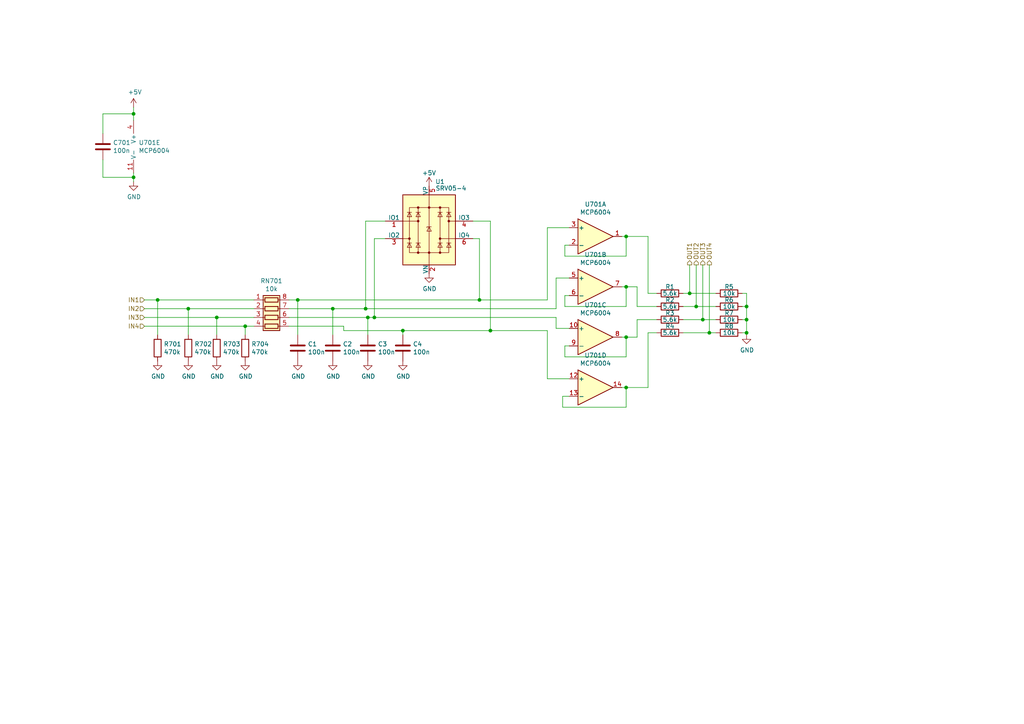
<source format=kicad_sch>
(kicad_sch (version 20250114) (generator "eeschema") (generator_version "9.0")
  (paper "A4")
  (title_block (title "rusEfi Proteus") (date "2022-04-09") (rev "v0.7") (company "rusEFI") (comment 1 "github.com/mck1117/proteus") (comment 2 "rusefi.com/s/proteus"))
  (lib_symbols
    (symbol "Amplifier_Operational:MCP6004" (pin_names (offset 0.127))
      (property "Reference" "U" (at 0 5.08 0))
      (property "Value" "MCP6004" (at 0 -5.08 0))
      (symbol "MCP6004_1_1"
        (polyline (pts (xy -5.08 5.08) (xy 5.08 0) (xy -5.08 -5.08) (xy -5.08 5.08)) (stroke (width 0.254)) (fill (type background)))
        (pin input line (at -7.62 2.54 0) (length 2.54) (name "+") (number "3"))
        (pin input line (at -7.62 -2.54 0) (length 2.54) (name "-") (number "2"))
        (pin output line (at 7.62 0 180) (length 2.54) (name "~") (number "1"))
      )
      (symbol "MCP6004_2_1"
        (polyline (pts (xy -5.08 5.08) (xy 5.08 0) (xy -5.08 -5.08) (xy -5.08 5.08)) (stroke (width 0.254)) (fill (type background)))
        (pin input line (at -7.62 2.54 0) (length 2.54) (name "+") (number "5"))
        (pin input line (at -7.62 -2.54 0) (length 2.54) (name "-") (number "6"))
        (pin output line (at 7.62 0 180) (length 2.54) (name "~") (number "7"))
      )
      (symbol "MCP6004_3_1"
        (polyline (pts (xy -5.08 5.08) (xy 5.08 0) (xy -5.08 -5.08) (xy -5.08 5.08)) (stroke (width 0.254)) (fill (type background)))
        (pin input line (at -7.62 2.54 0) (length 2.54) (name "+") (number "10"))
        (pin input line (at -7.62 -2.54 0) (length 2.54) (name "-") (number "9"))
        (pin output line (at 7.62 0 180) (length 2.54) (name "~") (number "8"))
      )
      (symbol "MCP6004_4_1"
        (polyline (pts (xy -5.08 5.08) (xy 5.08 0) (xy -5.08 -5.08) (xy -5.08 5.08)) (stroke (width 0.254)) (fill (type background)))
        (pin input line (at -7.62 2.54 0) (length 2.54) (name "+") (number "12"))
        (pin input line (at -7.62 -2.54 0) (length 2.54) (name "-") (number "13"))
        (pin output line (at 7.62 0 180) (length 2.54) (name "~") (number "14"))
      )
      (symbol "MCP6004_5_1"
        (pin power_in line (at -2.54 7.62 270) (length 3.81) (name "V+") (number "4"))
        (pin power_in line (at -2.54 -7.62 90) (length 3.81) (name "V-") (number "11"))
      )
    )
    (symbol "Device:C" (pin_numbers (hide yes)) (pin_names (offset 0.254))
      (property "Reference" "C" (at 0.635 2.54 0))
      (property "Value" "C" (at 0.635 -2.54 0))
      (symbol "C_0_1"
        (polyline (pts (xy -2.032 0.762) (xy 2.032 0.762)) (stroke (width 0.508)))
        (polyline (pts (xy -2.032 -0.762) (xy 2.032 -0.762)) (stroke (width 0.508)))
      )
      (symbol "C_1_1"
        (pin passive line (at 0 3.81 270) (length 2.794) (name "~") (number "1"))
        (pin passive line (at 0 -3.81 90) (length 2.794) (name "~") (number "2"))
      )
    )
    (symbol "Device:R" (pin_numbers (hide yes)) (pin_names (offset 0))
      (property "Reference" "R" (at 2.032 0 90))
      (property "Value" "R" (at 0 0 90))
      (symbol "R_0_1"
        (rectangle (start -1.016 -2.54) (end 1.016 2.54) (stroke (width 0.254)))
      )
      (symbol "R_1_1"
        (pin passive line (at 0 3.81 270) (length 1.27) (name "~") (number "1"))
        (pin passive line (at 0 -3.81 90) (length 1.27) (name "~") (number "2"))
      )
    )
    (symbol "Device:R_Pack04" (pin_names (offset 0) (hide yes))
      (property "Reference" "RN" (at -7.62 0 90))
      (property "Value" "R_Pack04" (at 5.08 0 90))
      (symbol "R_Pack04_0_1"
        (rectangle (start -6.35 -2.413) (end 3.81 2.413) (stroke (width 0.254)) (fill (type background)))
        (rectangle (start -5.715 1.905) (end -4.445 -1.905) (stroke (width 0.254)))
        (polyline (pts (xy -5.08 1.905) (xy -5.08 2.54)))
        (polyline (pts (xy -5.08 -2.54) (xy -5.08 -1.905)))
        (rectangle (start -3.175 1.905) (end -1.905 -1.905) (stroke (width 0.254)))
        (polyline (pts (xy -2.54 1.905) (xy -2.54 2.54)))
        (polyline (pts (xy -2.54 -2.54) (xy -2.54 -1.905)))
        (rectangle (start -0.635 1.905) (end 0.635 -1.905) (stroke (width 0.254)))
        (polyline (pts (xy 0 1.905) (xy 0 2.54)))
        (polyline (pts (xy 0 -2.54) (xy 0 -1.905)))
        (rectangle (start 1.905 1.905) (end 3.175 -1.905) (stroke (width 0.254)))
        (polyline (pts (xy 2.54 1.905) (xy 2.54 2.54)))
        (polyline (pts (xy 2.54 -2.54) (xy 2.54 -1.905)))
      )
      (symbol "R_Pack04_1_1"
        (pin passive line (at -5.08 5.08 270) (length 2.54) (name "R1.2") (number "8"))
        (pin passive line (at -5.08 -5.08 90) (length 2.54) (name "R1.1") (number "1"))
        (pin passive line (at -2.54 5.08 270) (length 2.54) (name "R2.2") (number "7"))
        (pin passive line (at -2.54 -5.08 90) (length 2.54) (name "R2.1") (number "2"))
        (pin passive line (at 0 5.08 270) (length 2.54) (name "R3.2") (number "6"))
        (pin passive line (at 0 -5.08 90) (length 2.54) (name "R3.1") (number "3"))
        (pin passive line (at 2.54 5.08 270) (length 2.54) (name "R4.2") (number "5"))
        (pin passive line (at 2.54 -5.08 90) (length 2.54) (name "R4.1") (number "4"))
      )
    )
    (symbol "Power_Protection:SRV05-4" (pin_names (offset 0))
      (property "Reference" "U" (at -5.08 11.43 0))
      (property "Value" "SRV05-4" (at 2.54 11.43 0))
      (symbol "SRV05-4_0_0"
        (rectangle (start -5.715 6.477) (end 5.715 -6.604))
        (polyline (pts (xy -3.175 -6.604) (xy -3.175 6.477)))
        (polyline (pts (xy 3.175 6.477) (xy 3.175 -6.604)))
      )
      (symbol "SRV05-4_0_1"
        (polyline (pts (xy -7.747 2.54) (xy -3.175 2.54)))
        (rectangle (start -7.62 10.16) (end 7.62 -10.16) (stroke (width 0.254)) (fill (type background)))
        (polyline (pts (xy -7.62 -2.54) (xy -5.715 -2.54)))
        (circle (center -5.715 -2.54) (radius 0.2794) (fill (type outline)))
        (polyline (pts (xy -5.08 5.08) (xy -6.35 5.08)))
        (polyline (pts (xy -5.08 3.81) (xy -6.35 3.81) (xy -5.715 5.08) (xy -5.08 3.81)))
        (polyline (pts (xy -5.08 -3.81) (xy -6.35 -3.81)))
        (polyline (pts (xy -5.08 -5.08) (xy -6.35 -5.08) (xy -5.715 -3.81) (xy -5.08 -5.08)))
        (circle (center -3.175 6.477) (radius 0.2794) (fill (type outline)))
        (circle (center -3.175 2.54) (radius 0.2794) (fill (type outline)))
        (circle (center -3.175 -6.604) (radius 0.2794) (fill (type outline)))
        (polyline (pts (xy -2.54 5.08) (xy -3.81 5.08)))
        (polyline (pts (xy -2.54 3.81) (xy -3.81 3.81) (xy -3.175 5.08) (xy -2.54 3.81)))
        (polyline (pts (xy -2.54 -3.81) (xy -3.81 -3.81)))
        (polyline (pts (xy -2.54 -5.08) (xy -3.81 -5.08) (xy -3.175 -3.81) (xy -2.54 -5.08)))
        (polyline (pts (xy 0 10.16) (xy 0 -10.16)))
        (circle (center 0 6.477) (radius 0.2794) (fill (type outline)))
        (circle (center 0 -6.604) (radius 0.2794) (fill (type outline)))
        (polyline (pts (xy 0.635 0.889) (xy -0.635 0.889) (xy -0.635 0.635)))
        (polyline (pts (xy 0.635 -0.381) (xy -0.635 -0.381) (xy 0 0.889) (xy 0.635 -0.381)))
        (circle (center 3.175 6.477) (radius 0.2794) (fill (type outline)))
        (circle (center 3.175 -2.54) (radius 0.2794) (fill (type outline)))
        (circle (center 3.175 -6.604) (radius 0.2794) (fill (type outline)))
        (polyline (pts (xy 3.81 5.08) (xy 2.54 5.08)))
        (polyline (pts (xy 3.81 3.81) (xy 2.54 3.81) (xy 3.175 5.08) (xy 3.81 3.81)))
        (polyline (pts (xy 3.81 -3.81) (xy 2.54 -3.81)))
        (polyline (pts (xy 3.81 -5.08) (xy 2.54 -5.08) (xy 3.175 -3.81) (xy 3.81 -5.08)))
        (circle (center 5.715 2.54) (radius 0.2794) (fill (type outline)))
        (polyline (pts (xy 6.35 5.08) (xy 5.08 5.08)))
        (polyline (pts (xy 6.35 3.81) (xy 5.08 3.81) (xy 5.715 5.08) (xy 6.35 3.81)))
        (polyline (pts (xy 6.35 -3.81) (xy 5.08 -3.81)))
        (polyline (pts (xy 6.35 -5.08) (xy 5.08 -5.08) (xy 5.715 -3.81) (xy 6.35 -5.08)))
        (polyline (pts (xy 7.62 2.54) (xy 5.715 2.54)))
        (polyline (pts (xy 7.62 -2.54) (xy 3.175 -2.54)))
      )
      (symbol "SRV05-4_1_1"
        (pin passive line (at -12.7 2.54 0) (length 5.08) (name "IO1") (number "1"))
        (pin passive line (at -12.7 -2.54 0) (length 5.08) (name "IO2") (number "3"))
        (pin passive line (at 0 12.7 270) (length 2.54) (name "VP") (number "5"))
        (pin passive line (at 0 -12.7 90) (length 2.54) (name "VN") (number "2"))
        (pin passive line (at 12.7 2.54 180) (length 5.08) (name "IO3") (number "4"))
        (pin passive line (at 12.7 -2.54 180) (length 5.08) (name "IO4") (number "6"))
      )
    )
    (symbol "proteus-rescue:+5V-power" (power) (pin_names (offset 0))
      (property "Value" "power_+5V" (at 0 3.556 0))
      (symbol "+5V-power_0_1"
        (polyline (pts (xy -0.762 1.27) (xy 0 2.54)))
        (polyline (pts (xy 0 2.54) (xy 0.762 1.27)))
        (polyline (pts (xy 0 0) (xy 0 2.54)))
      )
      (symbol "+5V-power_1_1"
        (pin power_in line (at 0 0 90) (length 0) (hide yes) (name "+5V") (number "1"))
      )
    )
    (symbol "proteus-rescue:GND-power" (power) (pin_names (offset 0))
      (property "Value" "power_GND" (at 0 -3.81 0))
      (symbol "GND-power_0_1"
        (polyline (pts (xy 0 0) (xy 0 -1.27) (xy 1.27 -1.27) (xy 0 -2.54) (xy -1.27 -1.27) (xy 0 -1.27)))
      )
      (symbol "GND-power_1_1"
        (pin power_in line (at 0 0 270) (length 0) (hide yes) (name "GND") (number "1"))
      )
    )
  )
  (junction (at 45.72 86.995))
  (junction (at 139.065 86.995))
  (junction (at 216.535 92.71))
  (junction (at 216.535 96.52))
  (junction (at 200.025 85.09))
  (junction (at 108.585 92.075))
  (junction (at 116.84 95.885))
  (junction (at 38.735 33.02))
  (junction (at 181.61 97.79))
  (junction (at 181.61 112.395))
  (junction (at 62.865 92.075))
  (junction (at 203.835 92.71))
  (junction (at 142.24 95.885))
  (junction (at 205.74 96.52))
  (junction (at 181.61 83.185))
  (junction (at 96.52 89.535))
  (junction (at 181.61 68.58))
  (junction (at 38.735 51.435))
  (junction (at 86.36 86.995))
  (junction (at 201.93 88.9))
  (junction (at 71.12 94.615))
  (junction (at 54.61 89.535))
  (junction (at 106.045 89.535))
  (junction (at 106.68 92.075))
  (junction (at 216.535 88.9))
  (wire (pts (xy 200.025 85.09) (xy 207.645 85.09)))
  (wire (pts (xy 116.84 95.885) (xy 142.24 95.885)))
  (wire (pts (xy 86.36 97.155) (xy 86.36 86.995)))
  (wire (pts (xy 137.16 69.215) (xy 139.065 69.215)))
  (wire (pts (xy 29.845 33.02) (xy 38.735 33.02)))
  (wire (pts (xy 99.695 95.885) (xy 116.84 95.885)))
  (wire (pts (xy 116.84 97.155) (xy 116.84 95.885)))
  (wire (pts (xy 187.96 112.395) (xy 181.61 112.395)))
  (wire (pts (xy 165.1 71.12) (xy 163.83 71.12)))
  (wire (pts (xy 161.29 95.25) (xy 165.1 95.25)))
  (wire (pts (xy 38.735 51.435) (xy 38.735 50.165)))
  (wire (pts (xy 83.82 94.615) (xy 99.695 94.615)))
  (wire (pts (xy 190.5 85.09) (xy 187.96 85.09)))
  (wire (pts (xy 54.61 89.535) (xy 73.66 89.535)))
  (wire (pts (xy 190.5 96.52) (xy 187.96 96.52)))
  (wire (pts (xy 29.845 38.735) (xy 29.845 33.02)))
  (wire (pts (xy 165.1 80.645) (xy 161.29 80.645)))
  (wire (pts (xy 29.845 51.435) (xy 29.845 46.355)))
  (wire (pts (xy 62.865 92.075) (xy 62.865 97.155)))
  (wire (pts (xy 163.83 85.725) (xy 163.83 88.9)))
  (wire (pts (xy 216.535 96.52) (xy 215.265 96.52)))
  (wire (pts (xy 163.83 100.33) (xy 163.83 103.505)))
  (wire (pts (xy 41.91 86.995) (xy 45.72 86.995)))
  (wire (pts (xy 38.735 51.435) (xy 29.845 51.435)))
  (wire (pts (xy 165.1 100.33) (xy 163.83 100.33)))
  (wire (pts (xy 216.535 97.155) (xy 216.535 96.52)))
  (wire (pts (xy 111.76 64.135) (xy 106.045 64.135)))
  (wire (pts (xy 54.61 97.155) (xy 54.61 89.535)))
  (wire (pts (xy 200.025 85.09) (xy 200.025 76.835)))
  (wire (pts (xy 96.52 89.535) (xy 106.045 89.535)))
  (wire (pts (xy 38.735 31.115) (xy 38.735 33.02)))
  (wire (pts (xy 139.065 86.995) (xy 158.75 86.995)))
  (wire (pts (xy 205.74 96.52) (xy 198.12 96.52)))
  (wire (pts (xy 111.76 69.215) (xy 108.585 69.215)))
  (wire (pts (xy 163.83 88.9) (xy 181.61 88.9)))
  (wire (pts (xy 83.82 92.075) (xy 106.68 92.075)))
  (wire (pts (xy 96.52 89.535) (xy 96.52 97.155)))
  (wire (pts (xy 83.82 89.535) (xy 96.52 89.535)))
  (wire (pts (xy 106.68 92.075) (xy 108.585 92.075)))
  (wire (pts (xy 207.645 88.9) (xy 201.93 88.9)))
  (wire (pts (xy 38.735 52.705) (xy 38.735 51.435)))
  (wire (pts (xy 106.045 89.535) (xy 161.29 89.535)))
  (wire (pts (xy 71.12 94.615) (xy 73.66 94.615)))
  (wire (pts (xy 137.16 64.135) (xy 142.24 64.135)))
  (wire (pts (xy 201.93 88.9) (xy 198.12 88.9)))
  (wire (pts (xy 201.93 76.835) (xy 201.93 88.9)))
  (wire (pts (xy 181.61 74.295) (xy 181.61 68.58)))
  (wire (pts (xy 184.785 88.9) (xy 190.5 88.9)))
  (wire (pts (xy 106.045 64.135) (xy 106.045 89.535)))
  (wire (pts (xy 181.61 97.79) (xy 180.34 97.79)))
  (wire (pts (xy 198.12 92.71) (xy 203.835 92.71)))
  (wire (pts (xy 71.12 97.155) (xy 71.12 94.615)))
  (wire (pts (xy 181.61 103.505) (xy 181.61 97.79)))
  (wire (pts (xy 45.72 86.995) (xy 73.66 86.995)))
  (wire (pts (xy 207.645 96.52) (xy 205.74 96.52)))
  (wire (pts (xy 108.585 92.075) (xy 161.29 92.075)))
  (wire (pts (xy 181.61 88.9) (xy 181.61 83.185)))
  (wire (pts (xy 187.96 85.09) (xy 187.96 68.58)))
  (wire (pts (xy 163.83 71.12) (xy 163.83 74.295)))
  (wire (pts (xy 215.265 85.09) (xy 216.535 85.09)))
  (wire (pts (xy 158.75 95.885) (xy 158.75 109.855)))
  (wire (pts (xy 142.24 95.885) (xy 158.75 95.885)))
  (wire (pts (xy 73.66 92.075) (xy 62.865 92.075)))
  (wire (pts (xy 71.12 94.615) (xy 41.91 94.615)))
  (wire (pts (xy 161.29 80.645) (xy 161.29 89.535)))
  (wire (pts (xy 187.96 68.58) (xy 181.61 68.58)))
  (wire (pts (xy 216.535 85.09) (xy 216.535 88.9)))
  (wire (pts (xy 181.61 68.58) (xy 180.34 68.58)))
  (wire (pts (xy 165.1 85.725) (xy 163.83 85.725)))
  (wire (pts (xy 205.74 96.52) (xy 205.74 76.835)))
  (wire (pts (xy 163.83 74.295) (xy 181.61 74.295)))
  (wire (pts (xy 99.695 94.615) (xy 99.695 95.885)))
  (wire (pts (xy 216.535 88.9) (xy 215.265 88.9)))
  (wire (pts (xy 45.72 86.995) (xy 45.72 97.155)))
  (wire (pts (xy 41.91 92.075) (xy 62.865 92.075)))
  (wire (pts (xy 163.83 103.505) (xy 181.61 103.505)))
  (wire (pts (xy 165.1 114.935) (xy 163.195 114.935)))
  (wire (pts (xy 142.24 64.135) (xy 142.24 95.885)))
  (wire (pts (xy 38.735 33.02) (xy 38.735 34.925)))
  (wire (pts (xy 184.785 92.71) (xy 190.5 92.71)))
  (wire (pts (xy 163.195 118.11) (xy 181.61 118.11)))
  (wire (pts (xy 203.835 76.835) (xy 203.835 92.71)))
  (wire (pts (xy 139.065 69.215) (xy 139.065 86.995)))
  (wire (pts (xy 203.835 92.71) (xy 207.645 92.71)))
  (wire (pts (xy 181.61 83.185) (xy 180.34 83.185)))
  (wire (pts (xy 181.61 97.79) (xy 184.785 97.79)))
  (wire (pts (xy 184.785 97.79) (xy 184.785 92.71)))
  (wire (pts (xy 216.535 96.52) (xy 216.535 92.71)))
  (wire (pts (xy 181.61 112.395) (xy 180.34 112.395)))
  (wire (pts (xy 181.61 83.185) (xy 184.785 83.185)))
  (wire (pts (xy 158.75 109.855) (xy 165.1 109.855)))
  (wire (pts (xy 108.585 69.215) (xy 108.585 92.075)))
  (wire (pts (xy 187.96 96.52) (xy 187.96 112.395)))
  (wire (pts (xy 86.36 86.995) (xy 83.82 86.995)))
  (wire (pts (xy 198.12 85.09) (xy 200.025 85.09)))
  (wire (pts (xy 161.29 92.075) (xy 161.29 95.25)))
  (wire (pts (xy 184.785 83.185) (xy 184.785 88.9)))
  (wire (pts (xy 54.61 89.535) (xy 41.91 89.535)))
  (wire (pts (xy 158.75 66.04) (xy 165.1 66.04)))
  (wire (pts (xy 216.535 92.71) (xy 215.265 92.71)))
  (wire (pts (xy 86.36 86.995) (xy 139.065 86.995)))
  (wire (pts (xy 158.75 86.995) (xy 158.75 66.04)))
  (wire (pts (xy 181.61 118.11) (xy 181.61 112.395)))
  (wire (pts (xy 106.68 92.075) (xy 106.68 97.155)))
  (wire (pts (xy 216.535 92.71) (xy 216.535 88.9)))
  (wire (pts (xy 163.195 114.935) (xy 163.195 118.11)))
  (hierarchical_label "OUT4" (shape output) (at 205.74 76.835 90))
  (hierarchical_label "IN1" (shape input) (at 41.91 86.995 180))
  (hierarchical_label "OUT2" (shape output) (at 201.93 76.835 90))
  (hierarchical_label "OUT1" (shape output) (at 200.025 76.835 90))
  (hierarchical_label "IN4" (shape input) (at 41.91 94.615 180))
  (hierarchical_label "IN2" (shape input) (at 41.91 89.535 180))
  (hierarchical_label "OUT3" (shape output) (at 203.835 76.835 90))
  (hierarchical_label "IN3" (shape input) (at 41.91 92.075 180))
  (symbol (lib_id "Amplifier_Operational:MCP6004") (at 172.72 68.58 0) (unit 1)
    (property "Reference" "U701" (at 172.72 59.2582 0))
    (property "Value" "MCP6004" (at 172.72 61.5696 0))
    (property "Footprint" "Package_SO:TSSOP-14_4.4x5mm_P0.65mm" (effects (hide yes)))
    (property "Datasheet" "http://ww1.microchip.com/downloads/en/DeviceDoc/21733j.pdf" (effects (hide yes)))
    (property "PN" "MCP6004T-I/ST" (effects (hide yes)))
    (property "LCSC" "C50282" (effects (hide yes)))
    (property "LCSC_ext" "1" (effects (hide yes)))
    (property "possible_not_ext" "1" (effects (hide yes)))
    (instances (project "" (path "" (reference "U701") (unit 1)) (path "" (reference "U801") (unit 1)) (path "" (reference "U?") (unit 1))))
  )
  (symbol (lib_id "Amplifier_Operational:MCP6004") (at 172.72 83.185 0) (unit 2)
    (property "Reference" "U701" (at 172.72 73.8632 0))
    (property "Value" "MCP6004" (at 172.72 76.1746 0))
    (property "Footprint" "Package_SO:TSSOP-14_4.4x5mm_P0.65mm" (effects (hide yes)))
    (property "Datasheet" "http://ww1.microchip.com/downloads/en/DeviceDoc/21733j.pdf" (effects (hide yes)))
    (property "PN" "MCP6004T-I/ST" (effects (hide yes)))
    (property "LCSC" "C50282" (effects (hide yes)))
    (property "LCSC_ext" "1" (effects (hide yes)))
    (property "possible_not_ext" "1" (effects (hide yes)))
    (instances (project "" (path "" (reference "U701") (unit 2)) (path "" (reference "U801") (unit 2)) (path "" (reference "U?") (unit 2))))
  )
  (symbol (lib_id "Amplifier_Operational:MCP6004") (at 172.72 97.79 0) (unit 3)
    (property "Reference" "U701" (at 172.72 88.4682 0))
    (property "Value" "MCP6004" (at 172.72 90.7796 0))
    (property "Footprint" "Package_SO:TSSOP-14_4.4x5mm_P0.65mm" (effects (hide yes)))
    (property "Datasheet" "http://ww1.microchip.com/downloads/en/DeviceDoc/21733j.pdf" (effects (hide yes)))
    (property "PN" "MCP6004T-I/ST" (effects (hide yes)))
    (property "LCSC" "C50282" (effects (hide yes)))
    (property "LCSC_ext" "1" (effects (hide yes)))
    (property "possible_not_ext" "1" (effects (hide yes)))
    (instances (project "" (path "" (reference "U701") (unit 3)) (path "" (reference "U801") (unit 3)) (path "" (reference "U?") (unit 3))))
  )
  (symbol (lib_id "Amplifier_Operational:MCP6004") (at 172.72 112.395 0) (unit 4)
    (property "Reference" "U701" (at 172.72 103.0732 0))
    (property "Value" "MCP6004" (at 172.72 105.3846 0))
    (property "Footprint" "Package_SO:TSSOP-14_4.4x5mm_P0.65mm" (effects (hide yes)))
    (property "Datasheet" "http://ww1.microchip.com/downloads/en/DeviceDoc/21733j.pdf" (effects (hide yes)))
    (property "PN" "MCP6004T-I/ST" (effects (hide yes)))
    (property "LCSC" "C50282" (effects (hide yes)))
    (property "LCSC_ext" "1" (effects (hide yes)))
    (property "possible_not_ext" "1" (effects (hide yes)))
    (instances (project "" (path "" (reference "U701") (unit 4)) (path "" (reference "U801") (unit 4)) (path "" (reference "U?") (unit 4))))
  )
  (symbol (lib_id "Device:R") (at 54.61 100.965 0) (unit 1)
    (property "Reference" "R702" (at 56.388 99.7966 0) (effects (justify left)))
    (property "Value" "470k" (at 56.388 102.108 0) (effects (justify left)))
    (property "Footprint" "Resistor_SMD:R_0402_1005Metric" (effects (hide yes)))
    (property "LCSC" "C25790" (effects (hide yes)))
    (property "LCSC_ext" "0" (effects (hide yes)))
    (instances (project "" (path "" (reference "R702") (unit 1)) (path "" (reference "R802") (unit 1)) (path "" (reference "R?") (unit 1))))
  )
  (symbol (lib_id "Device:R") (at 62.865 100.965 0) (unit 1)
    (property "Reference" "R703" (at 64.643 99.7966 0) (effects (justify left)))
    (property "Value" "470k" (at 64.643 102.108 0) (effects (justify left)))
    (property "Footprint" "Resistor_SMD:R_0402_1005Metric" (effects (hide yes)))
    (property "LCSC" "C25790" (effects (hide yes)))
    (property "LCSC_ext" "0" (effects (hide yes)))
    (instances (project "" (path "" (reference "R703") (unit 1)) (path "" (reference "R803") (unit 1)) (path "" (reference "R?") (unit 1))))
  )
  (symbol (lib_id "Device:R") (at 71.12 100.965 0) (unit 1)
    (property "Reference" "R704" (at 72.898 99.7966 0) (effects (justify left)))
    (property "Value" "470k" (at 72.898 102.108 0) (effects (justify left)))
    (property "Footprint" "Resistor_SMD:R_0402_1005Metric" (effects (hide yes)))
    (property "LCSC" "C25790" (effects (hide yes)))
    (property "LCSC_ext" "0" (effects (hide yes)))
    (instances (project "" (path "" (reference "R704") (unit 1)) (path "" (reference "R804") (unit 1)) (path "" (reference "R?") (unit 1))))
  )
  (symbol (lib_id "proteus-rescue:GND-power") (at 45.72 104.775 0) (unit 1)
    (property "Reference" "#PWR0706" (effects (hide yes)))
    (property "Value" "GND" (at 45.847 109.1692 0))
    (instances (project "" (path "" (reference "#PWR0706") (unit 1)) (path "" (reference "#PWR0806") (unit 1)) (path "" (reference "#PWR?") (unit 1))))
  )
  (symbol (lib_id "proteus-rescue:GND-power") (at 54.61 104.775 0) (unit 1)
    (property "Reference" "#PWR0707" (effects (hide yes)))
    (property "Value" "GND" (at 54.737 109.1692 0))
    (instances (project "" (path "" (reference "#PWR0707") (unit 1)) (path "" (reference "#PWR0807") (unit 1)) (path "" (reference "#PWR?") (unit 1))))
  )
  (symbol (lib_id "proteus-rescue:GND-power") (at 62.865 104.775 0) (unit 1)
    (property "Reference" "#PWR0708" (effects (hide yes)))
    (property "Value" "GND" (at 62.992 109.1692 0))
    (instances (project "" (path "" (reference "#PWR0708") (unit 1)) (path "" (reference "#PWR0808") (unit 1)) (path "" (reference "#PWR?") (unit 1))))
  )
  (symbol (lib_id "proteus-rescue:GND-power") (at 71.12 104.775 0) (unit 1)
    (property "Reference" "#PWR0709" (effects (hide yes)))
    (property "Value" "GND" (at 71.247 109.1692 0))
    (instances (project "" (path "" (reference "#PWR0709") (unit 1)) (path "" (reference "#PWR0809") (unit 1)) (path "" (reference "#PWR?") (unit 1))))
  )
  (symbol (lib_id "proteus-rescue:GND-power") (at 86.36 104.775 0) (unit 1)
    (property "Reference" "#PWR0710" (effects (hide yes)))
    (property "Value" "GND" (at 86.487 109.1692 0))
    (instances (project "" (path "" (reference "#PWR0710") (unit 1)) (path "" (reference "#PWR0810") (unit 1)) (path "" (reference "#PWR?") (unit 1))))
  )
  (symbol (lib_id "proteus-rescue:GND-power") (at 96.52 104.775 0) (unit 1)
    (property "Reference" "#PWR0711" (effects (hide yes)))
    (property "Value" "GND" (at 96.647 109.1692 0))
    (instances (project "" (path "" (reference "#PWR0711") (unit 1)) (path "" (reference "#PWR0811") (unit 1)) (path "" (reference "#PWR?") (unit 1))))
  )
  (symbol (lib_id "Amplifier_Operational:MCP6004") (at 41.275 42.545 0) (unit 5)
    (property "Reference" "U701" (at 40.2082 41.3766 0) (effects (justify left)))
    (property "Value" "MCP6004" (at 40.2082 43.688 0) (effects (justify left)))
    (property "Footprint" "Package_SO:TSSOP-14_4.4x5mm_P0.65mm" (effects (hide yes)))
    (property "Datasheet" "http://ww1.microchip.com/downloads/en/DeviceDoc/21733j.pdf" (effects (hide yes)))
    (property "PN" "MCP6004T-I/ST" (effects (hide yes)))
    (property "LCSC" "C50282" (effects (hide yes)))
    (property "LCSC_ext" "1" (effects (hide yes)))
    (property "possible_not_ext" "1" (effects (hide yes)))
    (instances (project "" (path "" (reference "U701") (unit 5)) (path "" (reference "U801") (unit 5)) (path "" (reference "U?") (unit 5))))
  )
  (symbol (lib_id "Device:R_Pack04") (at 78.74 92.075 270) (unit 1)
    (property "Reference" "RN701" (at 78.74 81.4832 90))
    (property "Value" "10k" (at 78.74 83.7946 90))
    (property "Footprint" "Resistor_SMD:R_Array_Convex_4x0603" (effects (hide yes)))
    (property "PN" "CAT16-1002F4LF" (effects (hide yes)))
    (property "LCSC" "C29718" (effects (hide yes)))
    (property "LCSC_ext" "0" (effects (hide yes)))
    (instances (project "" (path "" (reference "RN701") (unit 1)) (path "" (reference "RN801") (unit 1)) (path "" (reference "RN?") (unit 1))))
  )
  (symbol (lib_id "Device:R") (at 45.72 100.965 0) (unit 1)
    (property "Reference" "R701" (at 47.498 99.7966 0) (effects (justify left)))
    (property "Value" "470k" (at 47.498 102.108 0) (effects (justify left)))
    (property "Footprint" "Resistor_SMD:R_0402_1005Metric" (effects (hide yes)))
    (property "LCSC" "C25790" (effects (hide yes)))
    (property "LCSC_ext" "0" (effects (hide yes)))
    (instances (project "" (path "" (reference "R701") (unit 1)) (path "" (reference "R801") (unit 1)) (path "" (reference "R?") (unit 1))))
  )
  (symbol (lib_id "Device:C") (at 29.845 42.545 0) (unit 1)
    (property "Reference" "C701" (at 32.766 41.3766 0) (effects (justify left)))
    (property "Value" "100n" (at 32.766 43.688 0) (effects (justify left)))
    (property "Footprint" "Capacitor_SMD:C_0603_1608Metric" (effects (hide yes)))
    (property "LCSC" "C14663" (effects (hide yes)))
    (property "LCSC_ext" "0" (effects (hide yes)))
    (instances (project "" (path "" (reference "C701") (unit 1)) (path "" (reference "C801") (unit 1)) (path "" (reference "C?") (unit 1))))
  )
  (symbol (lib_id "proteus-rescue:GND-power") (at 38.735 52.705 0) (unit 1)
    (property "Reference" "#PWR0702" (effects (hide yes)))
    (property "Value" "GND" (at 38.862 57.0992 0))
    (instances (project "" (path "" (reference "#PWR0702") (unit 1)) (path "" (reference "#PWR0802") (unit 1)) (path "" (reference "#PWR?") (unit 1))))
  )
  (symbol (lib_id "proteus-rescue:GND-power") (at 106.68 104.775 0) (unit 1)
    (property "Reference" "#PWR0712" (effects (hide yes)))
    (property "Value" "GND" (at 106.807 109.1692 0))
    (instances (project "" (path "" (reference "#PWR0712") (unit 1)) (path "" (reference "#PWR0812") (unit 1)) (path "" (reference "#PWR?") (unit 1))))
  )
  (symbol (lib_id "proteus-rescue:GND-power") (at 116.84 104.775 0) (unit 1)
    (property "Reference" "#PWR0713" (effects (hide yes)))
    (property "Value" "GND" (at 116.967 109.1692 0))
    (instances (project "" (path "" (reference "#PWR0713") (unit 1)) (path "" (reference "#PWR0813") (unit 1)) (path "" (reference "#PWR?") (unit 1))))
  )
  (symbol (lib_id "proteus-rescue:GND-power") (at 216.535 97.155 0) (unit 1)
    (property "Reference" "#PWR0705" (effects (hide yes)))
    (property "Value" "GND" (at 216.662 101.5492 0))
    (instances (project "" (path "" (reference "#PWR0705") (unit 1)) (path "" (reference "#PWR0805") (unit 1)) (path "" (reference "#PWR?") (unit 1))))
  )
  (symbol (lib_id "proteus-rescue:+5V-power") (at 38.735 31.115 0) (unit 1)
    (property "Reference" "#PWR0212" (effects (hide yes)))
    (property "Value" "+5V" (at 39.116 26.7208 0))
    (instances (project "" (path "" (reference "#PWR0212") (unit 1)) (path "" (reference "#PWR0213") (unit 1)) (path "" (reference "#PWR?") (unit 1))))
  )
  (symbol (lib_id "Device:R") (at 194.31 85.09 270) (unit 1)
    (property "Reference" "R1" (at 194.31 83.185 90))
    (property "Value" "5.6k" (at 194.31 85.09 90))
    (property "Footprint" "Resistor_SMD:R_0402_1005Metric" (effects (hide yes)))
    (property "LCSC" "C25908" (effects (hide yes)))
    (property "LCSC_ext" "0" (effects (hide yes)))
    (instances (project "" (path "" (reference "R1") (unit 1)) (path "" (reference "R9") (unit 1))))
  )
  (symbol (lib_id "Device:R") (at 194.31 88.9 270) (unit 1)
    (property "Reference" "R2" (at 194.31 86.995 90))
    (property "Value" "5.6k" (at 194.31 88.9 90))
    (property "Footprint" "Resistor_SMD:R_0402_1005Metric" (effects (hide yes)))
    (property "LCSC" "C25908" (effects (hide yes)))
    (property "LCSC_ext" "0" (effects (hide yes)))
    (instances (project "" (path "" (reference "R2") (unit 1)) (path "" (reference "R10") (unit 1))))
  )
  (symbol (lib_id "Device:R") (at 194.31 92.71 270) (unit 1)
    (property "Reference" "R3" (at 194.31 90.805 90))
    (property "Value" "5.6k" (at 194.31 92.71 90))
    (property "Footprint" "Resistor_SMD:R_0402_1005Metric" (effects (hide yes)))
    (property "LCSC" "C25908" (effects (hide yes)))
    (property "LCSC_ext" "0" (effects (hide yes)))
    (instances (project "" (path "" (reference "R3") (unit 1)) (path "" (reference "R11") (unit 1))))
  )
  (symbol (lib_id "Device:R") (at 194.31 96.52 270) (unit 1)
    (property "Reference" "R4" (at 194.31 94.615 90))
    (property "Value" "5.6k" (at 194.31 96.52 90))
    (property "Footprint" "Resistor_SMD:R_0402_1005Metric" (effects (hide yes)))
    (property "LCSC" "C25908" (effects (hide yes)))
    (property "LCSC_ext" "0" (effects (hide yes)))
    (instances (project "" (path "" (reference "R4") (unit 1)) (path "" (reference "R12") (unit 1))))
  )
  (symbol (lib_id "Device:R") (at 211.455 85.09 270) (unit 1)
    (property "Reference" "R5" (at 211.455 83.185 90))
    (property "Value" "10k" (at 211.455 85.09 90))
    (property "Footprint" "Resistor_SMD:R_0402_1005Metric" (effects (hide yes)))
    (property "LCSC" "C25744" (effects (hide yes)))
    (property "LCSC_ext" "0" (effects (hide yes)))
    (instances (project "" (path "" (reference "R5") (unit 1)) (path "" (reference "R13") (unit 1))))
  )
  (symbol (lib_id "Device:R") (at 211.455 88.9 270) (unit 1)
    (property "Reference" "R6" (at 211.455 86.995 90))
    (property "Value" "10k" (at 211.455 88.9 90))
    (property "Footprint" "Resistor_SMD:R_0402_1005Metric" (effects (hide yes)))
    (property "LCSC" "C25744" (effects (hide yes)))
    (property "LCSC_ext" "0" (effects (hide yes)))
    (instances (project "" (path "" (reference "R6") (unit 1)) (path "" (reference "R14") (unit 1))))
  )
  (symbol (lib_id "Device:R") (at 211.455 92.71 270) (unit 1)
    (property "Reference" "R7" (at 211.455 90.805 90))
    (property "Value" "10k" (at 211.455 92.71 90))
    (property "Footprint" "Resistor_SMD:R_0402_1005Metric" (effects (hide yes)))
    (property "LCSC" "C25744" (effects (hide yes)))
    (property "LCSC_ext" "0" (effects (hide yes)))
    (instances (project "" (path "" (reference "R7") (unit 1)) (path "" (reference "R15") (unit 1))))
  )
  (symbol (lib_id "Device:R") (at 211.455 96.52 270) (unit 1)
    (property "Reference" "R8" (at 211.455 94.615 90))
    (property "Value" "10k" (at 211.455 96.52 90))
    (property "Footprint" "Resistor_SMD:R_0402_1005Metric" (effects (hide yes)))
    (property "LCSC" "C25744" (effects (hide yes)))
    (property "LCSC_ext" "0" (effects (hide yes)))
    (instances (project "" (path "" (reference "R8") (unit 1)) (path "" (reference "R16") (unit 1))))
  )
  (symbol (lib_id "Device:C") (at 86.36 100.965 0) (unit 1)
    (property "Reference" "C1" (at 89.281 99.7966 0) (effects (justify left)))
    (property "Value" "100n" (at 89.281 102.108 0) (effects (justify left)))
    (property "Footprint" "Capacitor_SMD:C_0402_1005Metric" (effects (hide yes)))
    (property "LCSC" "C1525" (effects (hide yes)))
    (property "LCSC_ext" "0" (effects (hide yes)))
    (instances (project "" (path "" (reference "C1") (unit 1)) (path "" (reference "C5") (unit 1))))
  )
  (symbol (lib_id "Device:C") (at 96.52 100.965 0) (unit 1)
    (property "Reference" "C2" (at 99.441 99.7966 0) (effects (justify left)))
    (property "Value" "100n" (at 99.441 102.108 0) (effects (justify left)))
    (property "Footprint" "Capacitor_SMD:C_0402_1005Metric" (effects (hide yes)))
    (property "LCSC" "C1525" (effects (hide yes)))
    (property "LCSC_ext" "0" (effects (hide yes)))
    (instances (project "" (path "" (reference "C2") (unit 1)) (path "" (reference "C6") (unit 1))))
  )
  (symbol (lib_id "Device:C") (at 106.68 100.965 0) (unit 1)
    (property "Reference" "C3" (at 109.601 99.7966 0) (effects (justify left)))
    (property "Value" "100n" (at 109.601 102.108 0) (effects (justify left)))
    (property "Footprint" "Capacitor_SMD:C_0402_1005Metric" (effects (hide yes)))
    (property "LCSC" "C1525" (effects (hide yes)))
    (property "LCSC_ext" "0" (effects (hide yes)))
    (instances (project "" (path "" (reference "C3") (unit 1)) (path "" (reference "C7") (unit 1))))
  )
  (symbol (lib_id "Device:C") (at 116.84 100.965 0) (unit 1)
    (property "Reference" "C4" (at 119.761 99.7966 0) (effects (justify left)))
    (property "Value" "100n" (at 119.761 102.108 0) (effects (justify left)))
    (property "Footprint" "Capacitor_SMD:C_0402_1005Metric" (effects (hide yes)))
    (property "LCSC" "C1525" (effects (hide yes)))
    (property "LCSC_ext" "0" (effects (hide yes)))
    (instances (project "" (path "" (reference "C4") (unit 1)) (path "" (reference "C8") (unit 1))))
  )
  (symbol (lib_id "Power_Protection:SRV05-4") (at 124.46 66.675 0) (unit 1)
    (property "Reference" "U1" (at 127.635 52.705 0))
    (property "Value" "SRV05-4" (at 130.81 54.61 0))
    (property "Footprint" "Package_TO_SOT_SMD:SOT-23-6" (effects (hide yes)))
    (property "Datasheet" "http://www.onsemi.com/pub/Collateral/SRV05-4-D.PDF" (effects (hide yes)))
    (property "LCSC" "C85364" (effects (hide yes)))
    (property "LCSC_ext" "0" (effects (hide yes)))
    (instances (project "" (path "" (reference "U1") (unit 1)) (path "" (reference "U2") (unit 1))))
  )
  (symbol (lib_id "proteus-rescue:GND-power") (at 124.46 79.375 0) (unit 1)
    (property "Reference" "#PWR0215" (effects (hide yes)))
    (property "Value" "GND" (at 124.587 83.7692 0))
    (instances (project "" (path "" (reference "#PWR0215") (unit 1)) (path "" (reference "#PWR0242") (unit 1)) (path "" (reference "#PWR?") (unit 1))))
  )
  (symbol (lib_id "proteus-rescue:+5V-power") (at 124.46 53.975 0) (unit 1)
    (property "Reference" "#PWR0216" (effects (hide yes)))
    (property "Value" "+5V" (at 124.46 50.165 0))
    (instances (project "" (path "" (reference "#PWR0216") (unit 1)) (path "" (reference "#PWR0269") (unit 1)) (path "" (reference "#PWR?") (unit 1))))
  )
)
</source>
